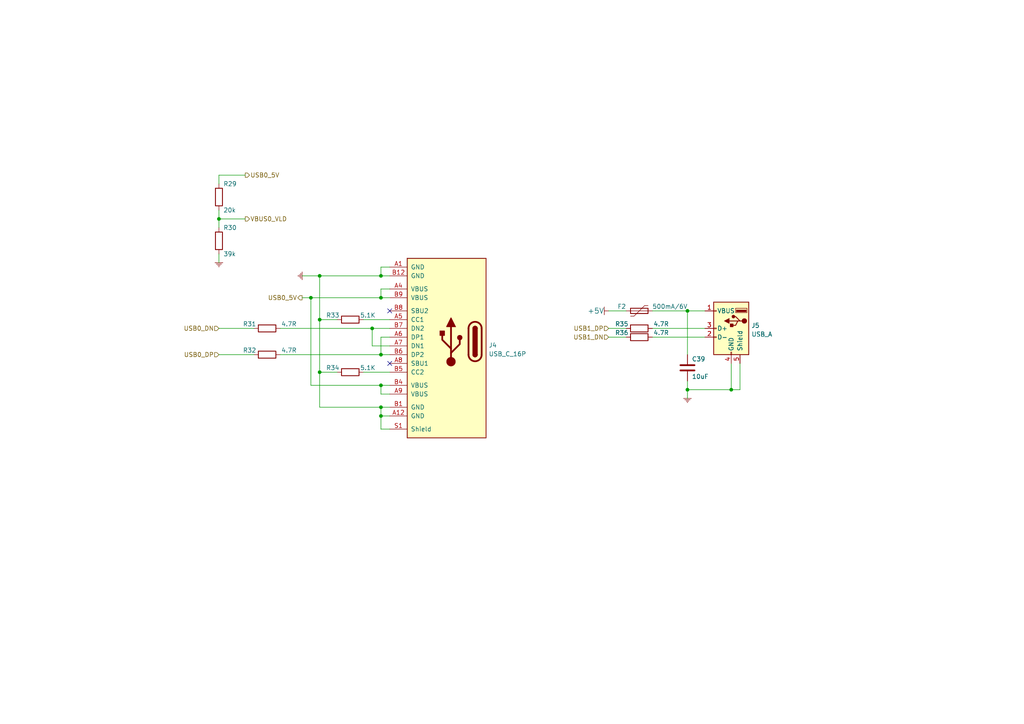
<source format=kicad_sch>
(kicad_sch (version 20211123) (generator eeschema)
  (paper "A4")
  (lib_symbols
    (symbol "0_power:+5V" (power) (pin_names (offset 1.016))
      (property "Value" "+5V" (at 0 1.27 0))
      (symbol "+5V_0_1"
        (polyline (pts (xy -1.143 0) (xy 1.143 0)))
        (polyline (pts (xy 0 0) (xy 0 -1.27)))
      )
      (symbol "+5V_1_1"
        (pin power_in line (at 0 -1.27 90) (length 0) hide (name "+5V") (number "1"))
      )
    )
    (symbol "0_power:GND" (power) (pin_names (offset 1.016))
      (symbol "GND_0_1"
        (polyline (pts (xy -1.143 0) (xy 1.143 0)))
        (polyline (pts (xy -0.762 -0.381) (xy 0.762 -0.381)))
        (polyline (pts (xy -0.381 -0.762) (xy 0.381 -0.762)))
        (polyline (pts (xy -0.127 -1.143) (xy 0.127 -1.143)))
      )
      (symbol "GND_1_1"
        (pin power_in line (at 0 0 270) (length 0) hide (name "GND") (number "1"))
      )
    )
    (symbol "0_ungrouped:USB_A" (pin_names (offset 1.016))
      (property "Reference" "J" (at -5.08 11.43 0))
      (property "Value" "USB_A" (at -5.08 8.89 0))
      (symbol "USB_A_0_1"
        (rectangle (start -5.08 -7.62) (end 5.08 7.62) (stroke (width 0.254)) (fill (type background)))
        (circle (center -3.81 2.159) (radius 0.635) (stroke (width 0.254)) (fill (type outline)))
        (rectangle (start -1.524 4.826) (end -4.318 5.334) (fill (type outline)))
        (rectangle (start -1.27 4.572) (end -4.572 5.842))
        (circle (center -0.635 3.429) (radius 0.381) (stroke (width 0.254)) (fill (type outline)))
        (rectangle (start -0.127 -7.62) (end 0.127 -6.858))
        (polyline (pts (xy -3.175 2.159) (xy -2.54 2.159) (xy -1.27 3.429) (xy -0.635 3.429)) (stroke (width 0.254)))
        (polyline (pts (xy -2.54 2.159) (xy -1.905 2.159) (xy -1.27 0.889) (xy 0 0.889)) (stroke (width 0.254)))
        (polyline (pts (xy 0.635 2.794) (xy 0.635 1.524) (xy 1.905 2.159) (xy 0.635 2.794)) (stroke (width 0.254)) (fill (type outline)))
        (rectangle (start 0.254 1.27) (end -0.508 0.508) (stroke (width 0.254)) (fill (type outline)))
        (rectangle (start 5.08 -2.667) (end 4.318 -2.413))
        (rectangle (start 5.08 -0.127) (end 4.318 0.127))
        (rectangle (start 5.08 4.953) (end 4.318 5.207))
      )
      (symbol "USB_A_1_1"
        (polyline (pts (xy -1.905 2.159) (xy 0.635 2.159)) (stroke (width 0.254)))
        (pin passive line (at 7.62 5.08 180) (length 2.54) (name "VBUS") (number "1"))
        (pin passive line (at 7.62 -2.54 180) (length 2.54) (name "D-") (number "2"))
        (pin passive line (at 7.62 0 180) (length 2.54) (name "D+") (number "3"))
        (pin passive line (at 0 -10.16 90) (length 2.54) (name "GND") (number "4"))
        (pin passive line (at -2.54 -10.16 90) (length 2.54) (name "Shield") (number "5"))
      )
    )
    (symbol "0_ungrouped:USB_C_16P" (pin_names (offset 1.016))
      (property "Reference" "J" (at -12.7 25.4 0))
      (property "Value" "USB_C_16P" (at 8.89 25.4 0))
      (symbol "USB_C_16P_0_1"
        (rectangle (start -12.7 24.13) (end 10.16 -27.94) (stroke (width 0.254)) (fill (type background)))
        (arc (start -11.43 -3.81) (mid -9.525 -5.715) (end -7.62 -3.81) (stroke (width 0.508)))
        (arc (start -10.16 -3.81) (mid -9.525 -4.445) (end -8.89 -3.81) (stroke (width 0.254)))
        (arc (start -10.16 -3.81) (mid -9.525 -4.445) (end -8.89 -3.81) (stroke (width 0.254)) (fill (type outline)))
        (rectangle (start -10.16 -3.81) (end -8.89 3.81) (stroke (width 0.254)) (fill (type outline)))
        (arc (start -8.89 3.81) (mid -9.525 4.445) (end -10.16 3.81) (stroke (width 0.254)))
        (arc (start -8.89 3.81) (mid -9.525 4.445) (end -10.16 3.81) (stroke (width 0.254)) (fill (type outline)))
        (arc (start -7.62 3.81) (mid -9.525 5.715) (end -11.43 3.81) (stroke (width 0.508)))
        (polyline (pts (xy -11.43 -3.81) (xy -11.43 3.81)) (stroke (width 0.508)))
        (polyline (pts (xy -7.62 3.81) (xy -7.62 -3.81)) (stroke (width 0.508)))
      )
      (symbol "USB_C_16P_1_1"
        (circle (center -5.08 1.143) (radius 0.635) (stroke (width 0.254)) (fill (type outline)))
        (circle (center -2.54 -5.842) (radius 1.27) (fill (type outline)))
        (rectangle (start -0.635 1.778) (end 0.635 3.048) (stroke (width 0.254)) (fill (type outline)))
        (polyline (pts (xy -2.54 -5.842) (xy -2.54 4.318)) (stroke (width 0.508)))
        (polyline (pts (xy -2.54 -3.302) (xy -5.08 -0.762) (xy -5.08 0.508)) (stroke (width 0.508)))
        (polyline (pts (xy -2.54 -2.032) (xy 0 0.508) (xy 0 1.778)) (stroke (width 0.508)))
        (polyline (pts (xy -3.81 4.318) (xy -2.54 6.858) (xy -1.27 4.318) (xy -3.81 4.318)) (stroke (width 0.254)) (fill (type outline)))
        (pin passive line (at 15.24 21.59 180) (length 5.08) (name "GND") (number "A1"))
        (pin passive line (at 15.24 -21.59 180) (length 5.08) (name "GND") (number "A12"))
        (pin passive line (at 15.24 15.24 180) (length 5.08) (name "VBUS") (number "A4"))
        (pin passive line (at 15.24 6.35 180) (length 5.08) (name "CC1") (number "A5"))
        (pin passive line (at 15.24 1.27 180) (length 5.08) (name "DP1") (number "A6"))
        (pin passive line (at 15.24 -1.27 180) (length 5.08) (name "DN1") (number "A7"))
        (pin passive line (at 15.24 -6.35 180) (length 5.08) (name "SBU1") (number "A8"))
        (pin passive line (at 15.24 -15.24 180) (length 5.08) (name "VBUS") (number "A9"))
        (pin passive line (at 15.24 -19.05 180) (length 5.08) (name "GND") (number "B1"))
        (pin passive line (at 15.24 19.05 180) (length 5.08) (name "GND") (number "B12"))
        (pin passive line (at 15.24 -12.7 180) (length 5.08) (name "VBUS") (number "B4"))
        (pin passive line (at 15.24 -8.89 180) (length 5.08) (name "CC2") (number "B5"))
        (pin passive line (at 15.24 -3.81 180) (length 5.08) (name "DP2") (number "B6"))
        (pin passive line (at 15.24 3.81 180) (length 5.08) (name "DN2") (number "B7"))
        (pin passive line (at 15.24 8.89 180) (length 5.08) (name "SBU2") (number "B8"))
        (pin passive line (at 15.24 12.7 180) (length 5.08) (name "VBUS") (number "B9"))
        (pin passive line (at 15.24 -25.4 180) (length 5.08) (name "Shield") (number "S1"))
      )
    )
    (symbol "Device:C" (pin_numbers hide) (pin_names (offset 0.254))
      (property "Reference" "C" (at 0.635 2.54 0))
      (property "Value" "C" (at 0.635 -2.54 0))
      (symbol "C_0_1"
        (polyline (pts (xy -2.032 -0.762) (xy 2.032 -0.762)) (stroke (width 0.508)))
        (polyline (pts (xy -2.032 0.762) (xy 2.032 0.762)) (stroke (width 0.508)))
      )
      (symbol "C_1_1"
        (pin passive line (at 0 3.81 270) (length 2.794) (name "~") (number "1"))
        (pin passive line (at 0 -3.81 90) (length 2.794) (name "~") (number "2"))
      )
    )
    (symbol "Device:Polyfuse" (pin_numbers hide) (pin_names (offset 0))
      (property "Reference" "F" (at -2.54 0 90))
      (property "Value" "Polyfuse" (at 2.54 0 90))
      (symbol "Polyfuse_0_1"
        (rectangle (start -0.762 2.54) (end 0.762 -2.54) (stroke (width 0.254)))
        (polyline (pts (xy 0 2.54) (xy 0 -2.54)))
        (polyline (pts (xy -1.524 2.54) (xy -1.524 1.524) (xy 1.524 -1.524) (xy 1.524 -2.54)))
      )
      (symbol "Polyfuse_1_1"
        (pin passive line (at 0 3.81 270) (length 1.27) (name "~") (number "1"))
        (pin passive line (at 0 -3.81 90) (length 1.27) (name "~") (number "2"))
      )
    )
    (symbol "Device:R" (pin_numbers hide) (pin_names (offset 0))
      (property "Reference" "R" (at 2.032 0 90))
      (property "Value" "R" (at 0 0 90))
      (symbol "R_0_1"
        (rectangle (start -1.016 -2.54) (end 1.016 2.54) (stroke (width 0.254)))
      )
      (symbol "R_1_1"
        (pin passive line (at 0 3.81 270) (length 1.27) (name "~") (number "1"))
        (pin passive line (at 0 -3.81 90) (length 1.27) (name "~") (number "2"))
      )
    )
  )
  (junction (at 199.39 113.03))
  (junction (at 110.49 111.76))
  (junction (at 110.49 86.36))
  (junction (at 110.49 102.87))
  (junction (at 110.49 118.11))
  (junction (at 110.49 120.65))
  (junction (at 90.17 86.36))
  (junction (at 63.5 63.5))
  (junction (at 110.49 80.01))
  (junction (at 92.71 80.01))
  (junction (at 92.71 107.95))
  (junction (at 212.09 113.03))
  (junction (at 107.95 95.25))
  (junction (at 199.39 90.17))
  (junction (at 92.71 92.71))
  (no_connect (at 113.03 90.17))
  (no_connect (at 113.03 105.41))
  (wire (pts (xy 110.49 86.36) (xy 113.03 86.36)))
  (wire (pts (xy 63.5 60.96) (xy 63.5 63.5)))
  (wire (pts (xy 110.49 77.47) (xy 110.49 80.01)))
  (wire (pts (xy 113.03 118.11) (xy 110.49 118.11)))
  (wire (pts (xy 87.63 86.36) (xy 90.17 86.36)))
  (wire (pts (xy 176.53 90.17) (xy 181.61 90.17)))
  (wire (pts (xy 113.03 97.79) (xy 110.49 97.79)))
  (wire (pts (xy 92.71 92.71) (xy 97.79 92.71)))
  (wire (pts (xy 176.53 97.79) (xy 181.61 97.79)))
  (wire (pts (xy 71.12 50.8) (xy 63.5 50.8)))
  (wire (pts (xy 110.49 80.01) (xy 113.03 80.01)))
  (wire (pts (xy 107.95 95.25) (xy 107.95 100.33)))
  (wire (pts (xy 113.03 111.76) (xy 110.49 111.76)))
  (wire (pts (xy 110.49 114.3) (xy 110.49 111.76)))
  (wire (pts (xy 113.03 95.25) (xy 107.95 95.25)))
  (wire (pts (xy 105.41 107.95) (xy 113.03 107.95)))
  (wire (pts (xy 63.5 50.8) (xy 63.5 53.34)))
  (wire (pts (xy 92.71 107.95) (xy 92.71 92.71)))
  (wire (pts (xy 110.49 80.01) (xy 92.71 80.01)))
  (wire (pts (xy 189.23 95.25) (xy 204.47 95.25)))
  (wire (pts (xy 113.03 83.82) (xy 110.49 83.82)))
  (wire (pts (xy 81.28 95.25) (xy 107.95 95.25)))
  (wire (pts (xy 199.39 90.17) (xy 204.47 90.17)))
  (wire (pts (xy 110.49 118.11) (xy 110.49 120.65)))
  (wire (pts (xy 189.23 97.79) (xy 204.47 97.79)))
  (wire (pts (xy 110.49 111.76) (xy 90.17 111.76)))
  (wire (pts (xy 113.03 77.47) (xy 110.49 77.47)))
  (wire (pts (xy 212.09 105.41) (xy 212.09 113.03)))
  (wire (pts (xy 110.49 83.82) (xy 110.49 86.36)))
  (wire (pts (xy 90.17 111.76) (xy 90.17 86.36)))
  (wire (pts (xy 81.28 102.87) (xy 110.49 102.87)))
  (wire (pts (xy 110.49 102.87) (xy 113.03 102.87)))
  (wire (pts (xy 92.71 80.01) (xy 92.71 92.71)))
  (wire (pts (xy 113.03 124.46) (xy 110.49 124.46)))
  (wire (pts (xy 110.49 124.46) (xy 110.49 120.65)))
  (wire (pts (xy 189.23 90.17) (xy 199.39 90.17)))
  (wire (pts (xy 110.49 118.11) (xy 92.71 118.11)))
  (wire (pts (xy 214.63 113.03) (xy 212.09 113.03)))
  (wire (pts (xy 199.39 90.17) (xy 199.39 102.87)))
  (wire (pts (xy 214.63 105.41) (xy 214.63 113.03)))
  (wire (pts (xy 176.53 95.25) (xy 181.61 95.25)))
  (wire (pts (xy 92.71 80.01) (xy 87.63 80.01)))
  (wire (pts (xy 199.39 113.03) (xy 199.39 110.49)))
  (wire (pts (xy 199.39 113.03) (xy 199.39 115.57)))
  (wire (pts (xy 63.5 95.25) (xy 73.66 95.25)))
  (wire (pts (xy 92.71 107.95) (xy 92.71 118.11)))
  (wire (pts (xy 90.17 86.36) (xy 110.49 86.36)))
  (wire (pts (xy 63.5 73.66) (xy 63.5 76.2)))
  (wire (pts (xy 107.95 100.33) (xy 113.03 100.33)))
  (wire (pts (xy 63.5 63.5) (xy 63.5 66.04)))
  (wire (pts (xy 113.03 114.3) (xy 110.49 114.3)))
  (wire (pts (xy 105.41 92.71) (xy 113.03 92.71)))
  (wire (pts (xy 92.71 107.95) (xy 97.79 107.95)))
  (wire (pts (xy 212.09 113.03) (xy 199.39 113.03)))
  (wire (pts (xy 110.49 120.65) (xy 113.03 120.65)))
  (wire (pts (xy 63.5 63.5) (xy 71.12 63.5)))
  (wire (pts (xy 110.49 97.79) (xy 110.49 102.87)))
  (wire (pts (xy 63.5 102.87) (xy 73.66 102.87)))
  (hierarchical_label "VBUS0_VLD" (shape output) (at 71.12 63.5 0))
  (hierarchical_label "USB0_5V" (shape output) (at 87.63 86.36 180))
  (hierarchical_label "USB1_DN" (shape input) (at 176.53 97.79 180))
  (hierarchical_label "USB0_DN" (shape input) (at 63.5 95.25 180))
  (hierarchical_label "USB1_DP" (shape input) (at 176.53 95.25 180))
  (hierarchical_label "USB0_DP" (shape input) (at 63.5 102.87 180))
  (hierarchical_label "USB0_5V" (shape output) (at 71.12 50.8 0))
  (symbol (lib_id "0_ungrouped:USB_A") (at 212.09 95.25 0) (mirror y) (unit 1)
    (property "Reference" "J5" (at 217.932 94.4153 0) (effects (justify right)))
    (property "Value" "USB_A" (at 217.932 96.9522 0) (effects (justify right)))
    (property "Footprint" "0_ungrouped:USB_A_90Deg_THT_Horizontal" (effects hide))
    (property "Datasheet" " ~" (effects hide))
  )
  (symbol (lib_id "Device:R") (at 101.6 107.95 90) (mirror x) (unit 1)
    (property "Reference" "R34" (at 96.52 106.68 90))
    (property "Value" "5.1K" (at 106.68 106.68 90))
    (property "Footprint" "Resistor_SMD:R_0603_1608Metric" (effects hide))
  )
  (symbol (lib_id "Device:R") (at 63.5 69.85 0) (unit 1)
    (property "Reference" "R30" (at 64.77 66.04 0) (effects (justify left)))
    (property "Value" "39k" (at 64.77 73.66 0) (effects (justify left)))
    (property "Footprint" "Resistor_SMD:R_0603_1608Metric" (effects hide))
  )
  (symbol (lib_id "Device:R") (at 77.47 95.25 90) (unit 1)
    (property "Reference" "R31" (at 72.39 93.98 90))
    (property "Value" "4.7R" (at 83.82 93.98 90))
    (property "Footprint" "Resistor_SMD:R_0603_1608Metric" (effects hide))
  )
  (symbol (lib_id "Device:C") (at 199.39 106.68 0) (unit 1)
    (property "Reference" "C39" (at 200.66 104.14 0) (effects (justify left)))
    (property "Value" "10uF" (at 200.66 109.22 0) (effects (justify left)))
    (property "Footprint" "Capacitor_SMD:C_0805_2012Metric" (effects hide))
  )
  (symbol (lib_id "Device:R") (at 185.42 95.25 90) (unit 1)
    (property "Reference" "R35" (at 180.34 93.98 90))
    (property "Value" "4.7R" (at 191.77 93.98 90))
    (property "Footprint" "Resistor_SMD:R_0603_1608Metric" (effects hide))
  )
  (symbol (lib_id "0_power:+5V") (at 175.26 90.17 90) (mirror x) (unit 1)
    (property "Reference" "#PWR0142" (effects hide))
    (property "Value" "+5V" (at 175.26 90.17 90) (effects (font (size 1.524 1.524)) (justify left)))
  )
  (symbol (lib_id "Device:Polyfuse") (at 185.42 90.17 90) (unit 1)
    (property "Reference" "F2" (at 180.34 88.9 90))
    (property "Value" "500mA/6V" (at 194.31 88.9 90))
    (property "Footprint" "Fuse:Fuse_1206_3216Metric_Pad1.42x1.75mm_HandSolder" (effects hide))
  )
  (symbol (lib_id "0_power:GND") (at 199.39 115.57 0) (unit 1)
    (property "Reference" "#PWR021" (effects hide))
    (property "Value" "GND" (effects hide))
  )
  (symbol (lib_id "0_power:GND") (at 63.5 76.2 0) (unit 1)
    (property "Reference" "#PWR019" (effects hide))
    (property "Value" "GND" (effects hide))
  )
  (symbol (lib_id "Device:R") (at 77.47 102.87 90) (unit 1)
    (property "Reference" "R32" (at 72.39 101.6 90))
    (property "Value" "4.7R" (at 83.82 101.6 90))
    (property "Footprint" "Resistor_SMD:R_0603_1608Metric" (effects hide))
  )
  (symbol (lib_id "Device:R") (at 185.42 97.79 90) (unit 1)
    (property "Reference" "R36" (at 180.34 96.52 90))
    (property "Value" "4.7R" (at 191.77 96.52 90))
    (property "Footprint" "Resistor_SMD:R_0603_1608Metric" (effects hide))
  )
  (symbol (lib_id "Device:R") (at 101.6 92.71 90) (mirror x) (unit 1)
    (property "Reference" "R33" (at 96.52 91.44 90))
    (property "Value" "5.1K" (at 106.68 91.44 90))
    (property "Footprint" "Resistor_SMD:R_0603_1608Metric" (effects hide))
  )
  (symbol (lib_id "0_ungrouped:USB_C_16P") (at 128.27 99.06 0) (mirror y) (unit 1)
    (property "Reference" "J4" (at 141.732 100.1303 0) (effects (justify right)))
    (property "Value" "USB_C_16P" (at 141.732 102.6672 0) (effects (justify right)))
    (property "Footprint" "0_ungrouped:USB_C_16P_4Foot8.64mm" (effects hide))
    (property "Datasheet" "https://www.usb.org/sites/default/files/documents/usb_type-c.zip" (effects hide))
  )
  (symbol (lib_id "0_power:GND") (at 87.63 80.01 270) (unit 1)
    (property "Reference" "#PWR020" (effects hide))
    (property "Value" "GND" (effects hide))
  )
  (symbol (lib_id "Device:R") (at 63.5 57.15 0) (unit 1)
    (property "Reference" "R29" (at 64.77 53.34 0) (effects (justify left)))
    (property "Value" "20k" (at 64.77 60.96 0) (effects (justify left)))
    (property "Footprint" "Resistor_SMD:R_0603_1608Metric" (effects hide))
  )
)
</source>
